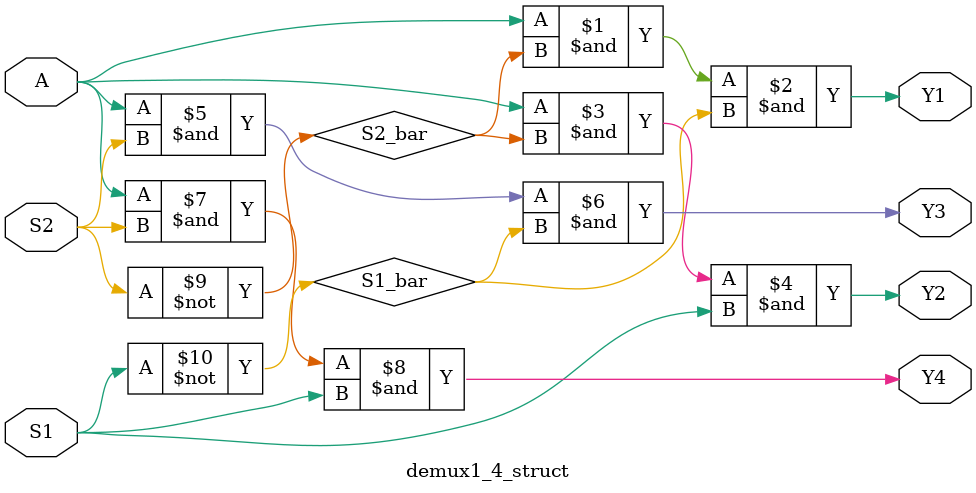
<source format=v>
`timescale 1ns / 1ps


module demux1_4_struct(
    input S2,S1,A,
    output Y1,Y2,Y3,Y4
    );
    
    wire S2_bar, S1_bar;
    
    not(S2_bar,S2);
    not(S1_bar,S1);
    and(Y1,A,S2_bar,S1_bar);
    and(Y2,A,S2_bar,S1);
    and(Y3,A,S2,S1_bar);
    and(Y4,A,S2,S1);
endmodule

</source>
